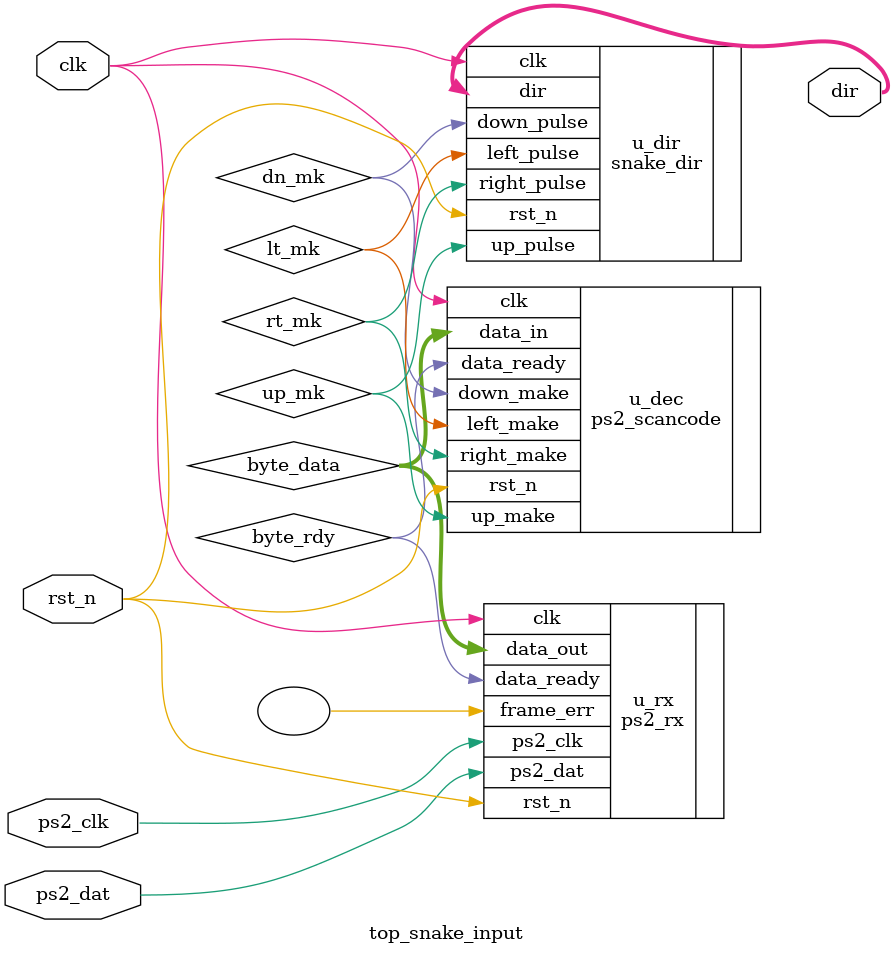
<source format=v>
module top_snake_input(
    input  wire clk,        // e.g., 50 MHz
    input  wire rst_n,
    input  wire ps2_clk,
    input  wire ps2_dat,
    output wire [1:0] dir   // feed to snake engine
);
    wire byte_rdy;
    wire [7:0] byte_data;
    wire up_mk, dn_mk, lt_mk, rt_mk;

    ps2_rx #(.CLK_HZ(50_000_000)) u_rx (
        .clk(clk), .rst_n(rst_n),
        .ps2_clk(ps2_clk), .ps2_dat(ps2_dat),
        .data_ready(byte_rdy),
        .data_out(byte_data),
        .frame_err() // optional: monitor/debug
    );

    ps2_scancode u_dec (
        .clk(clk), .rst_n(rst_n),
        .data_ready(byte_rdy), .data_in(byte_data),
        .up_make(up_mk), .down_make(dn_mk),
        .left_make(lt_mk), .right_make(rt_mk)
    );

    snake_dir u_dir (
        .clk(clk), .rst_n(rst_n),
        .up_pulse(up_mk), .down_pulse(dn_mk),
        .left_pulse(lt_mk), .right_pulse(rt_mk),
        .dir(dir)
    );
endmodule
</source>
